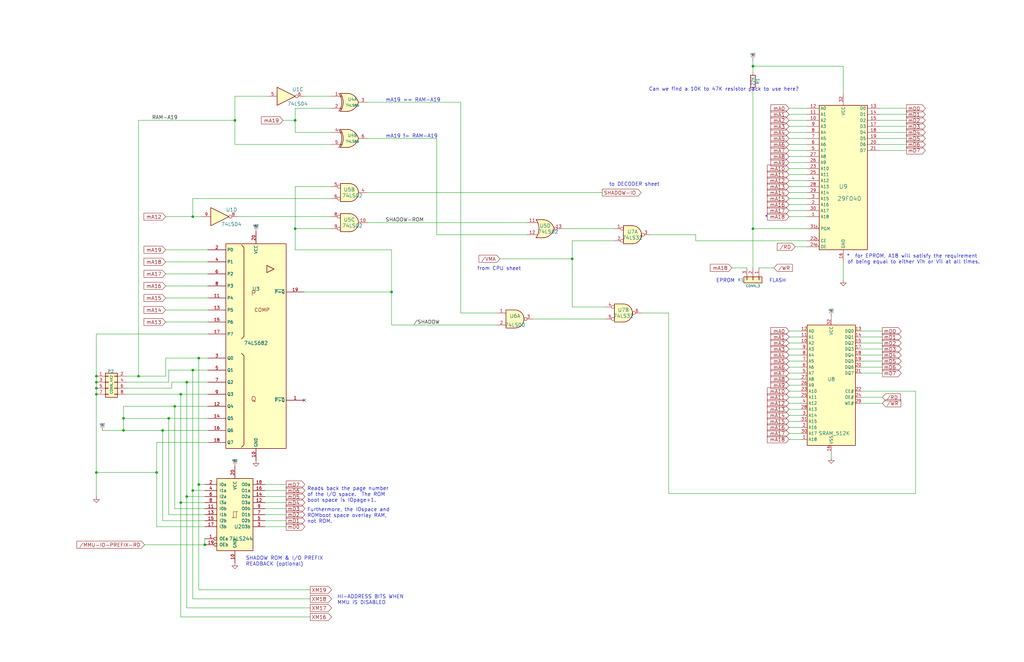
<source format=kicad_sch>
(kicad_sch (version 20231120) (generator "eeschema") (generator_version "8.0")
  (paper "B")
  (title_block (title "6809 and 6502 ATX and 6U") (date "19 feb 2014") (rev "012") (company "N8VEM Users Group") (comment 1 "Licensed for hobbyist use only.  All other rights reserved.") (comment 2 "Copyright (c) 2013-2014  Andrew Lynch and John Coffman"))
  (lib_symbols
    (symbol "74xx:74LS00" (pin_names (offset 1.016))
      (property "Reference" "U" (at 0 1.27 0))
      (property "Value" "74LS00" (at 0 -1.27 0))
      (symbol "74LS00_1_1"
        (pin input line (at -7.62 2.54 0) (length 3.81) (name "~") (number "1"))
        (pin input line (at -7.62 -2.54 0) (length 3.81) (name "~") (number "2"))
        (pin output inverted (at 7.62 0 180) (length 3.81) (name "~") (number "3"))
      )
      (symbol "74LS00_1_2"
        (pin input inverted (at -7.62 2.54 0) (length 4.318) (name "~") (number "1"))
        (pin input inverted (at -7.62 -2.54 0) (length 4.318) (name "~") (number "2"))
        (pin output line (at 7.62 0 180) (length 3.81) (name "~") (number "3"))
      )
      (symbol "74LS00_2_1"
        (pin input line (at -7.62 2.54 0) (length 3.81) (name "~") (number "4"))
        (pin input line (at -7.62 -2.54 0) (length 3.81) (name "~") (number "5"))
        (pin output inverted (at 7.62 0 180) (length 3.81) (name "~") (number "6"))
      )
      (symbol "74LS00_2_2"
        (pin input inverted (at -7.62 2.54 0) (length 4.318) (name "~") (number "4"))
        (pin input inverted (at -7.62 -2.54 0) (length 4.318) (name "~") (number "5"))
        (pin output line (at 7.62 0 180) (length 3.81) (name "~") (number "6"))
      )
      (symbol "74LS00_3_1"
        (pin input line (at -7.62 -2.54 0) (length 3.81) (name "~") (number "10"))
        (pin output inverted (at 7.62 0 180) (length 3.81) (name "~") (number "8"))
        (pin input line (at -7.62 2.54 0) (length 3.81) (name "~") (number "9"))
      )
      (symbol "74LS00_3_2"
        (pin input inverted (at -7.62 -2.54 0) (length 4.318) (name "~") (number "10"))
        (pin output line (at 7.62 0 180) (length 3.81) (name "~") (number "8"))
        (pin input inverted (at -7.62 2.54 0) (length 4.318) (name "~") (number "9"))
      )
      (symbol "74LS00_4_1"
        (pin output inverted (at 7.62 0 180) (length 3.81) (name "~") (number "11"))
        (pin input line (at -7.62 2.54 0) (length 3.81) (name "~") (number "12"))
        (pin input line (at -7.62 -2.54 0) (length 3.81) (name "~") (number "13"))
      )
      (symbol "74LS00_4_2"
        (pin output line (at 7.62 0 180) (length 3.81) (name "~") (number "11"))
        (pin input inverted (at -7.62 2.54 0) (length 4.318) (name "~") (number "12"))
        (pin input inverted (at -7.62 -2.54 0) (length 4.318) (name "~") (number "13"))
      )
      (symbol "74LS00_5_0"
        (pin power_in line (at 0 12.7 270) (length 5.08) (name "VCC") (number "14"))
        (pin power_in line (at 0 -12.7 90) (length 5.08) (name "GND") (number "7"))
      )
    )
    (symbol "74xx:74LS02" (pin_names (offset 1.016))
      (property "Reference" "U" (at 0 1.27 0))
      (property "Value" "74LS02" (at 0 -1.27 0))
      (symbol "74LS02_1_1"
        (pin output inverted (at 7.62 0 180) (length 3.81) (name "~") (number "1"))
        (pin input line (at -7.62 2.54 0) (length 4.318) (name "~") (number "2"))
        (pin input line (at -7.62 -2.54 0) (length 4.318) (name "~") (number "3"))
      )
      (symbol "74LS02_1_2"
        (pin output line (at 7.62 0 180) (length 3.81) (name "~") (number "1"))
        (pin input inverted (at -7.62 2.54 0) (length 3.81) (name "~") (number "2"))
        (pin input inverted (at -7.62 -2.54 0) (length 3.81) (name "~") (number "3"))
      )
      (symbol "74LS02_2_1"
        (pin output inverted (at 7.62 0 180) (length 3.81) (name "~") (number "4"))
        (pin input line (at -7.62 2.54 0) (length 4.318) (name "~") (number "5"))
        (pin input line (at -7.62 -2.54 0) (length 4.318) (name "~") (number "6"))
      )
      (symbol "74LS02_2_2"
        (pin output line (at 7.62 0 180) (length 3.81) (name "~") (number "4"))
        (pin input inverted (at -7.62 2.54 0) (length 3.81) (name "~") (number "5"))
        (pin input inverted (at -7.62 -2.54 0) (length 3.81) (name "~") (number "6"))
      )
      (symbol "74LS02_3_1"
        (pin output inverted (at 7.62 0 180) (length 3.81) (name "~") (number "10"))
        (pin input line (at -7.62 2.54 0) (length 4.318) (name "~") (number "8"))
        (pin input line (at -7.62 -2.54 0) (length 4.318) (name "~") (number "9"))
      )
      (symbol "74LS02_3_2"
        (pin output line (at 7.62 0 180) (length 3.81) (name "~") (number "10"))
        (pin input inverted (at -7.62 2.54 0) (length 3.81) (name "~") (number "8"))
        (pin input inverted (at -7.62 -2.54 0) (length 3.81) (name "~") (number "9"))
      )
      (symbol "74LS02_4_1"
        (pin input line (at -7.62 2.54 0) (length 4.318) (name "~") (number "11"))
        (pin input line (at -7.62 -2.54 0) (length 4.318) (name "~") (number "12"))
        (pin output inverted (at 7.62 0 180) (length 3.81) (name "~") (number "13"))
      )
      (symbol "74LS02_4_2"
        (pin input inverted (at -7.62 2.54 0) (length 3.81) (name "~") (number "11"))
        (pin input inverted (at -7.62 -2.54 0) (length 3.81) (name "~") (number "12"))
        (pin output line (at 7.62 0 180) (length 3.81) (name "~") (number "13"))
      )
      (symbol "74LS02_5_0"
        (pin power_in line (at 0 12.7 270) (length 5.08) (name "VCC") (number "14"))
        (pin power_in line (at 0 -12.7 90) (length 5.08) (name "GND") (number "7"))
      )
    )
    (symbol "74xx:74LS04"
      (property "Reference" "U" (at 0 1.27 0))
      (property "Value" "74LS04" (at 0 -1.27 0))
      (symbol "74LS04_1_0"
        (pin input line (at -7.62 0 0) (length 3.81) (name "~") (number "1"))
        (pin output inverted (at 7.62 0 180) (length 3.81) (name "~") (number "2"))
      )
      (symbol "74LS04_2_0"
        (pin input line (at -7.62 0 0) (length 3.81) (name "~") (number "3"))
        (pin output inverted (at 7.62 0 180) (length 3.81) (name "~") (number "4"))
      )
      (symbol "74LS04_3_0"
        (pin input line (at -7.62 0 0) (length 3.81) (name "~") (number "5"))
        (pin output inverted (at 7.62 0 180) (length 3.81) (name "~") (number "6"))
      )
      (symbol "74LS04_4_0"
        (pin output inverted (at 7.62 0 180) (length 3.81) (name "~") (number "8"))
        (pin input line (at -7.62 0 0) (length 3.81) (name "~") (number "9"))
      )
      (symbol "74LS04_5_0"
        (pin output inverted (at 7.62 0 180) (length 3.81) (name "~") (number "10"))
        (pin input line (at -7.62 0 0) (length 3.81) (name "~") (number "11"))
      )
      (symbol "74LS04_6_0"
        (pin output inverted (at 7.62 0 180) (length 3.81) (name "~") (number "12"))
        (pin input line (at -7.62 0 0) (length 3.81) (name "~") (number "13"))
      )
      (symbol "74LS04_7_0"
        (pin power_in line (at 0 12.7 270) (length 5.08) (name "VCC") (number "14"))
        (pin power_in line (at 0 -12.7 90) (length 5.08) (name "GND") (number "7"))
      )
    )
    (symbol "74xx:74LS244" (pin_names (offset 1.016))
      (property "Reference" "U" (at -7.62 16.51 0))
      (property "Value" "74LS244" (at -7.62 -16.51 0))
      (symbol "74LS244_1_0"
        (pin input inverted (at -12.7 -10.16 0) (length 5.08) (name "OEa") (number "1"))
        (pin power_in line (at 0 -20.32 90) (length 5.08) (name "GND") (number "10"))
        (pin input line (at -12.7 2.54 0) (length 5.08) (name "I0b") (number "11"))
        (pin tri_state line (at 12.7 5.08 180) (length 5.08) (name "O3a") (number "12"))
        (pin input line (at -12.7 0 0) (length 5.08) (name "I1b") (number "13"))
        (pin tri_state line (at 12.7 7.62 180) (length 5.08) (name "O2a") (number "14"))
        (pin input line (at -12.7 -2.54 0) (length 5.08) (name "I2b") (number "15"))
        (pin tri_state line (at 12.7 10.16 180) (length 5.08) (name "O1a") (number "16"))
        (pin input line (at -12.7 -5.08 0) (length 5.08) (name "I3b") (number "17"))
        (pin tri_state line (at 12.7 12.7 180) (length 5.08) (name "O0a") (number "18"))
        (pin input inverted (at -12.7 -12.7 0) (length 5.08) (name "OEb") (number "19"))
        (pin input line (at -12.7 12.7 0) (length 5.08) (name "I0a") (number "2"))
        (pin power_in line (at 0 20.32 270) (length 5.08) (name "VCC") (number "20"))
        (pin tri_state line (at 12.7 -5.08 180) (length 5.08) (name "O3b") (number "3"))
        (pin input line (at -12.7 10.16 0) (length 5.08) (name "I1a") (number "4"))
        (pin tri_state line (at 12.7 -2.54 180) (length 5.08) (name "O2b") (number "5"))
        (pin input line (at -12.7 7.62 0) (length 5.08) (name "I2a") (number "6"))
        (pin tri_state line (at 12.7 0 180) (length 5.08) (name "O1b") (number "7"))
        (pin input line (at -12.7 5.08 0) (length 5.08) (name "I3a") (number "8"))
        (pin tri_state line (at 12.7 2.54 180) (length 5.08) (name "O0b") (number "9"))
      )
    )
    (symbol "74xx:74LS32" (pin_names (offset 1.016))
      (property "Reference" "U" (at 0 1.27 0))
      (property "Value" "74LS32" (at 0 -1.27 0))
      (symbol "74LS32_1_1"
        (pin input line (at -7.62 2.54 0) (length 4.318) (name "~") (number "1"))
        (pin input line (at -7.62 -2.54 0) (length 4.318) (name "~") (number "2"))
        (pin output line (at 7.62 0 180) (length 3.81) (name "~") (number "3"))
      )
      (symbol "74LS32_1_2"
        (pin input inverted (at -7.62 2.54 0) (length 3.81) (name "~") (number "1"))
        (pin input inverted (at -7.62 -2.54 0) (length 3.81) (name "~") (number "2"))
        (pin output inverted (at 7.62 0 180) (length 3.81) (name "~") (number "3"))
      )
      (symbol "74LS32_2_1"
        (pin input line (at -7.62 2.54 0) (length 4.318) (name "~") (number "4"))
        (pin input line (at -7.62 -2.54 0) (length 4.318) (name "~") (number "5"))
        (pin output line (at 7.62 0 180) (length 3.81) (name "~") (number "6"))
      )
      (symbol "74LS32_2_2"
        (pin input inverted (at -7.62 2.54 0) (length 3.81) (name "~") (number "4"))
        (pin input inverted (at -7.62 -2.54 0) (length 3.81) (name "~") (number "5"))
        (pin output inverted (at 7.62 0 180) (length 3.81) (name "~") (number "6"))
      )
      (symbol "74LS32_3_1"
        (pin input line (at -7.62 -2.54 0) (length 4.318) (name "~") (number "10"))
        (pin output line (at 7.62 0 180) (length 3.81) (name "~") (number "8"))
        (pin input line (at -7.62 2.54 0) (length 4.318) (name "~") (number "9"))
      )
      (symbol "74LS32_3_2"
        (pin input inverted (at -7.62 -2.54 0) (length 3.81) (name "~") (number "10"))
        (pin output inverted (at 7.62 0 180) (length 3.81) (name "~") (number "8"))
        (pin input inverted (at -7.62 2.54 0) (length 3.81) (name "~") (number "9"))
      )
      (symbol "74LS32_4_1"
        (pin output line (at 7.62 0 180) (length 3.81) (name "~") (number "11"))
        (pin input line (at -7.62 2.54 0) (length 4.318) (name "~") (number "12"))
        (pin input line (at -7.62 -2.54 0) (length 4.318) (name "~") (number "13"))
      )
      (symbol "74LS32_4_2"
        (pin output inverted (at 7.62 0 180) (length 3.81) (name "~") (number "11"))
        (pin input inverted (at -7.62 2.54 0) (length 3.81) (name "~") (number "12"))
        (pin input inverted (at -7.62 -2.54 0) (length 3.81) (name "~") (number "13"))
      )
      (symbol "74LS32_5_0"
        (pin power_in line (at 0 12.7 270) (length 5.08) (name "VCC") (number "14"))
        (pin power_in line (at 0 -12.7 90) (length 5.08) (name "GND") (number "7"))
      )
    )
    (symbol "74xx:74LS86" (pin_names (offset 1.016))
      (property "Reference" "U" (at 0 1.27 0))
      (property "Value" "74LS86" (at 0 -1.27 0))
      (symbol "74LS86_1_0"
        (pin input line (at -7.62 2.54 0) (length 4.445) (name "~") (number "1"))
        (pin input line (at -7.62 -2.54 0) (length 4.445) (name "~") (number "2"))
        (pin output line (at 7.62 0 180) (length 3.81) (name "~") (number "3"))
      )
      (symbol "74LS86_2_0"
        (pin input line (at -7.62 2.54 0) (length 4.445) (name "~") (number "4"))
        (pin input line (at -7.62 -2.54 0) (length 4.445) (name "~") (number "5"))
        (pin output line (at 7.62 0 180) (length 3.81) (name "~") (number "6"))
      )
      (symbol "74LS86_3_0"
        (pin input line (at -7.62 -2.54 0) (length 4.445) (name "~") (number "10"))
        (pin output line (at 7.62 0 180) (length 3.81) (name "~") (number "8"))
        (pin input line (at -7.62 2.54 0) (length 4.445) (name "~") (number "9"))
      )
      (symbol "74LS86_4_0"
        (pin output line (at 7.62 0 180) (length 3.81) (name "~") (number "11"))
        (pin input line (at -7.62 2.54 0) (length 4.445) (name "~") (number "12"))
        (pin input line (at -7.62 -2.54 0) (length 4.445) (name "~") (number "13"))
      )
      (symbol "74LS86_5_0"
        (pin power_in line (at 0 12.7 270) (length 5.08) (name "VCC") (number "14"))
        (pin power_in line (at 0 -12.7 90) (length 5.08) (name "GND") (number "7"))
      )
    )
    (symbol "74xx_IEEE:74LS682"
      (property "Reference" "U" (at 15.24 45.72 0))
      (property "Value" "74LS682" (at 20.32 -45.72 0))
      (symbol "74LS682_0_0"
        (text "COMP" (at 2.54 15.24 0) (effects (font (size 1.524 1.524))))
        (text "P" (at -1.016 22.352 0) (effects (font (size 2.032 2.032))))
        (text "Q" (at -1.016 -22.352 0) (effects (font (size 2.032 2.032))))
      )
      (symbol "74LS682_0_1"
        (pin power_in line (at 0 -48.26 90) (length 5.08) (name "GND") (number "10"))
      )
      (symbol "74LS682_1_1"
        (pin output line (at 20.32 -22.86 180) (length 7.62) (name "~{P>Q}") (number "1"))
        (pin input line (at -20.32 20.32 0) (length 7.62) (name "P4") (number "11"))
        (pin input line (at -20.32 -25.4 0) (length 7.62) (name "Q4") (number "12"))
        (pin input line (at -20.32 15.24 0) (length 7.62) (name "P5") (number "13"))
        (pin input line (at -20.32 -30.48 0) (length 7.62) (name "Q5") (number "14"))
        (pin input line (at -20.32 10.16 0) (length 7.62) (name "P6") (number "15"))
        (pin input line (at -20.32 -35.56 0) (length 7.62) (name "Q6") (number "16"))
        (pin input line (at -20.32 5.08 0) (length 7.62) (name "P7") (number "17"))
        (pin input line (at -20.32 -40.64 0) (length 7.62) (name "Q7") (number "18"))
        (pin output line (at 20.32 22.86 180) (length 7.62) (name "~{P=Q}") (number "19"))
        (pin input line (at -20.32 40.64 0) (length 7.62) (name "P0") (number "2"))
        (pin power_in line (at 0 48.26 270) (length 5.08) (name "VCC") (number "20"))
        (pin input line (at -20.32 -5.08 0) (length 7.62) (name "Q0") (number "3"))
        (pin input line (at -20.32 35.56 0) (length 7.62) (name "P1") (number "4"))
        (pin input line (at -20.32 -10.16 0) (length 7.62) (name "Q1") (number "5"))
        (pin input line (at -20.32 30.48 0) (length 7.62) (name "P2") (number "6"))
        (pin input line (at -20.32 -15.24 0) (length 7.62) (name "Q2") (number "7"))
        (pin input line (at -20.32 25.4 0) (length 7.62) (name "P3") (number "8"))
        (pin input line (at -20.32 -20.32 0) (length 7.62) (name "Q3") (number "9"))
      )
    )
    (symbol "Connector_Generic:Conn_01x03" (pin_names (offset 1.016) hide)
      (property "Reference" "J" (at 0 5.08 0))
      (property "Value" "Conn_01x03" (at 0 -5.08 0))
      (symbol "Conn_01x03_1_1"
        (pin passive line (at -5.08 2.54 0) (length 3.81) (name "Pin_1") (number "1"))
        (pin passive line (at -5.08 0 0) (length 3.81) (name "Pin_2") (number "2"))
        (pin passive line (at -5.08 -2.54 0) (length 3.81) (name "Pin_3") (number "3"))
      )
    )
    (symbol "Connector_Generic:Conn_02x04_Odd_Even" (pin_names (offset 1.016) hide)
      (property "Reference" "J" (at 1.27 5.08 0))
      (property "Value" "Conn_02x04_Odd_Even" (at 1.27 -7.62 0))
      (symbol "Conn_02x04_Odd_Even_1_1"
        (pin passive line (at -5.08 2.54 0) (length 3.81) (name "Pin_1") (number "1"))
        (pin passive line (at 7.62 2.54 180) (length 3.81) (name "Pin_2") (number "2"))
        (pin passive line (at -5.08 0 0) (length 3.81) (name "Pin_3") (number "3"))
        (pin passive line (at 7.62 0 180) (length 3.81) (name "Pin_4") (number "4"))
        (pin passive line (at -5.08 -2.54 0) (length 3.81) (name "Pin_5") (number "5"))
        (pin passive line (at 7.62 -2.54 180) (length 3.81) (name "Pin_6") (number "6"))
        (pin passive line (at -5.08 -5.08 0) (length 3.81) (name "Pin_7") (number "7"))
        (pin passive line (at 7.62 -5.08 180) (length 3.81) (name "Pin_8") (number "8"))
      )
    )
    (symbol "Device:R" (pin_numbers hide) (pin_names (offset 0))
      (property "Reference" "R" (at 2.032 0 90))
      (property "Value" "R" (at 0 0 90))
      (symbol "R_1_1"
        (pin passive line (at 0 3.81 270) (length 1.27) (name "~") (number "1"))
        (pin passive line (at 0 -3.81 90) (length 1.27) (name "~") (number "2"))
      )
    )
    (symbol "Memory_Flash:SST39SF040"
      (property "Reference" "U" (at 2.54 33.02 0))
      (property "Value" "SST39SF040" (at 0 -30.48 0))
      (symbol "SST39SF040_0_0"
        (pin power_in line (at 0 -34.29 90) (length 5.08) (name "GND") (number "16"))
        (pin power_in line (at 0 36.83 270) (length 5.08) (name "VCC") (number "32"))
      )
      (symbol "SST39SF040_1_1"
        (pin input line (at -15.24 -15.24 0) (length 5.08) (name "A18") (number "1"))
        (pin input line (at -15.24 25.4 0) (length 5.08) (name "A2") (number "10"))
        (pin input line (at -15.24 27.94 0) (length 5.08) (name "A1") (number "11"))
        (pin input line (at -15.24 30.48 0) (length 5.08) (name "A0") (number "12"))
        (pin tri_state line (at 15.24 30.48 180) (length 5.08) (name "D0") (number "13"))
        (pin tri_state line (at 15.24 27.94 180) (length 5.08) (name "D1") (number "14"))
        (pin tri_state line (at 15.24 25.4 180) (length 5.08) (name "D2") (number "15"))
        (pin tri_state line (at 15.24 22.86 180) (length 5.08) (name "D3") (number "17"))
        (pin tri_state line (at 15.24 20.32 180) (length 5.08) (name "D4") (number "18"))
        (pin tri_state line (at 15.24 17.78 180) (length 5.08) (name "D5") (number "19"))
        (pin input line (at -15.24 -10.16 0) (length 5.08) (name "A16") (number "2"))
        (pin tri_state line (at 15.24 15.24 180) (length 5.08) (name "D6") (number "20"))
        (pin tri_state line (at 15.24 12.7 180) (length 5.08) (name "D7") (number "21"))
        (pin input input_low (at -15.24 -25.4 0) (length 5.08) (name "CE") (number "22"))
        (pin input line (at -15.24 5.08 0) (length 5.08) (name "A10") (number "23"))
        (pin input input_low (at -15.24 -27.94 0) (length 5.08) (name "OE") (number "24"))
        (pin input line (at -15.24 2.54 0) (length 5.08) (name "A11") (number "25"))
        (pin input line (at -15.24 7.62 0) (length 5.08) (name "A9") (number "26"))
        (pin input line (at -15.24 10.16 0) (length 5.08) (name "A8") (number "27"))
        (pin input line (at -15.24 -2.54 0) (length 5.08) (name "A13") (number "28"))
        (pin input line (at -15.24 -5.08 0) (length 5.08) (name "A14") (number "29"))
        (pin input line (at -15.24 -7.62 0) (length 5.08) (name "A15") (number "3"))
        (pin input line (at -15.24 -12.7 0) (length 5.08) (name "A17") (number "30"))
        (pin input input_low (at -15.24 -20.32 0) (length 5.08) (name "PGM") (number "31"))
        (pin input line (at -15.24 0 0) (length 5.08) (name "A12") (number "4"))
        (pin input line (at -15.24 12.7 0) (length 5.08) (name "A7") (number "5"))
        (pin input line (at -15.24 15.24 0) (length 5.08) (name "A6") (number "6"))
        (pin input line (at -15.24 17.78 0) (length 5.08) (name "A5") (number "7"))
        (pin input line (at -15.24 20.32 0) (length 5.08) (name "A4") (number "8"))
        (pin input line (at -15.24 22.86 0) (length 5.08) (name "A3") (number "9"))
      )
    )
    (symbol "Memory_RAM:AS6C4008-55PCN"
      (property "Reference" "U" (at -10.16 26.035 0))
      (property "Value" "AS6C4008-55PCN" (at 2.54 26.035 0))
      (symbol "AS6C4008-55PCN_0_0"
        (pin power_in line (at 0 -27.94 90) (length 2.54) (name "VSS") (number "16"))
        (pin power_in line (at 0 27.94 270) (length 2.54) (name "VCC") (number "32"))
      )
      (symbol "AS6C4008-55PCN_1_1"
        (pin input line (at -12.7 -22.86 0) (length 2.54) (name "A18") (number "1"))
        (pin input line (at -12.7 17.78 0) (length 2.54) (name "A2") (number "10"))
        (pin input line (at -12.7 20.32 0) (length 2.54) (name "A1") (number "11"))
        (pin input line (at -12.7 22.86 0) (length 2.54) (name "A0") (number "12"))
        (pin tri_state line (at 12.7 22.86 180) (length 2.54) (name "DQ0") (number "13"))
        (pin tri_state line (at 12.7 20.32 180) (length 2.54) (name "DQ1") (number "14"))
        (pin tri_state line (at 12.7 17.78 180) (length 2.54) (name "DQ2") (number "15"))
        (pin tri_state line (at 12.7 15.24 180) (length 2.54) (name "DQ3") (number "17"))
        (pin tri_state line (at 12.7 12.7 180) (length 2.54) (name "DQ4") (number "18"))
        (pin tri_state line (at 12.7 10.16 180) (length 2.54) (name "DQ5") (number "19"))
        (pin input line (at -12.7 -17.78 0) (length 2.54) (name "A16") (number "2"))
        (pin tri_state line (at 12.7 7.62 180) (length 2.54) (name "DQ6") (number "20"))
        (pin tri_state line (at 12.7 5.08 180) (length 2.54) (name "DQ7") (number "21"))
        (pin input line (at 12.7 -2.54 180) (length 2.54) (name "CE#") (number "22"))
        (pin input line (at -12.7 -2.54 0) (length 2.54) (name "A10") (number "23"))
        (pin input line (at 12.7 -5.08 180) (length 2.54) (name "OE#") (number "24"))
        (pin input line (at -12.7 -5.08 0) (length 2.54) (name "A11") (number "25"))
        (pin input line (at -12.7 0 0) (length 2.54) (name "A9") (number "26"))
        (pin input line (at -12.7 2.54 0) (length 2.54) (name "A8") (number "27"))
        (pin input line (at -12.7 -10.16 0) (length 2.54) (name "A13") (number "28"))
        (pin input line (at 12.7 -7.62 180) (length 2.54) (name "WE#") (number "29"))
        (pin input line (at -12.7 -12.7 0) (length 2.54) (name "A14") (number "3"))
        (pin input line (at -12.7 -20.32 0) (length 2.54) (name "A17") (number "30"))
        (pin input line (at -12.7 -15.24 0) (length 2.54) (name "A15") (number "31"))
        (pin input line (at -12.7 -7.62 0) (length 2.54) (name "A12") (number "4"))
        (pin input line (at -12.7 5.08 0) (length 2.54) (name "A7") (number "5"))
        (pin input line (at -12.7 7.62 0) (length 2.54) (name "A6") (number "6"))
        (pin input line (at -12.7 10.16 0) (length 2.54) (name "A5") (number "7"))
        (pin input line (at -12.7 12.7 0) (length 2.54) (name "A4") (number "8"))
        (pin input line (at -12.7 15.24 0) (length 2.54) (name "A3") (number "9"))
      )
    )
    (symbol "power:GND" (power) (pin_numbers hide) (pin_names (offset 0) hide)
      (property "Value" "GND" (at 0 -3.81 0))
      (symbol "GND_1_1"
        (pin power_in line (at 0 0 270) (length 0) (name "~") (number "1"))
      )
    )
    (symbol "power:VCC" (power) (pin_numbers hide) (pin_names (offset 0) hide)
      (property "Value" "VCC" (at 0 3.556 0))
      (symbol "VCC_1_1"
        (pin power_in line (at 0 0 90) (length 0) (name "~") (number "1"))
      )
    )
  )
  (junction (at 99.06 50.8))
  (junction (at 124.46 50.8))
  (junction (at 78.74 161.29))
  (junction (at 124.46 96.52))
  (junction (at 76.2 166.37))
  (junction (at 68.58 181.61))
  (junction (at 52.07 181.61))
  (junction (at 81.28 156.21))
  (junction (at 71.12 176.53))
  (junction (at 317.5 27.94))
  (junction (at 73.66 171.45))
  (junction (at 81.28 207.01))
  (junction (at 40.64 161.29))
  (junction (at 40.64 158.75))
  (junction (at 165.1 123.19))
  (junction (at 86.36 229.87))
  (junction (at 78.74 209.55))
  (junction (at 40.64 166.37))
  (junction (at 76.2 212.09))
  (junction (at 317.5 96.52))
  (junction (at 83.82 151.13))
  (junction (at 83.82 204.47))
  (junction (at 40.64 199.39))
  (junction (at 40.64 163.83))
  (junction (at 52.07 176.53))
  (junction (at 81.28 91.44))
  (junction (at 66.04 199.39))
  (junction (at 241.3 109.22))
  (junction (at 58.42 158.75))
  (no_connect (at 128.27 168.91))
  (wire (pts (xy 337.82 154.94) (xy 332.74 154.94)))
  (wire (pts (xy 337.82 139.7) (xy 332.74 139.7)))
  (wire (pts (xy 128.27 40.64) (xy 139.7 40.64)))
  (wire (pts (xy 337.82 170.18) (xy 332.74 170.18)))
  (wire (pts (xy 337.82 167.64) (xy 332.74 167.64)))
  (wire (pts (xy 111.76 207.01) (xy 120.65 207.01)))
  (wire (pts (xy 332.74 73.66) (xy 340.36 73.66)))
  (wire (pts (xy 81.28 83.82) (xy 139.7 83.82)))
  (wire (pts (xy 317.5 25.4) (xy 317.5 27.94)))
  (wire (pts (xy 83.82 151.13) (xy 83.82 204.47)))
  (wire (pts (xy 130.81 260.35) (xy 76.2 260.35)))
  (wire (pts (xy 111.76 217.17) (xy 120.65 217.17)))
  (wire (pts (xy 370.84 55.88) (xy 382.27 55.88)))
  (wire (pts (xy 337.82 160.02) (xy 332.74 160.02)))
  (wire (pts (xy 332.74 76.2) (xy 340.36 76.2)))
  (wire (pts (xy 124.46 105.41) (xy 165.1 105.41)))
  (wire (pts (xy 78.74 209.55) (xy 78.74 256.54)))
  (wire (pts (xy 124.46 55.88) (xy 139.7 55.88)))
  (wire (pts (xy 370.84 45.72) (xy 382.27 45.72)))
  (wire (pts (xy 332.74 60.96) (xy 340.36 60.96)))
  (wire (pts (xy 194.31 132.08) (xy 209.55 132.08)))
  (wire (pts (xy 99.06 60.96) (xy 99.06 50.8)))
  (wire (pts (xy 386.08 165.1) (xy 386.08 208.28)))
  (wire (pts (xy 66.04 199.39) (xy 66.04 222.25)))
  (wire (pts (xy 355.6 39.37) (xy 355.6 27.94)))
  (wire (pts (xy 58.42 50.8) (xy 58.42 158.75)))
  (wire (pts (xy 363.22 149.86) (xy 372.11 149.86)))
  (wire (pts (xy 111.76 219.71) (xy 120.65 219.71)))
  (wire (pts (xy 81.28 156.21) (xy 87.63 156.21)))
  (wire (pts (xy 130.81 252.73) (xy 81.28 252.73)))
  (wire (pts (xy 86.36 229.87) (xy 60.96 229.87)))
  (wire (pts (xy 332.74 48.26) (xy 340.36 48.26)))
  (wire (pts (xy 73.66 214.63) (xy 86.36 214.63)))
  (wire (pts (xy 332.74 71.12) (xy 340.36 71.12)))
  (wire (pts (xy 363.22 157.48) (xy 372.11 157.48)))
  (wire (pts (xy 154.94 93.98) (xy 222.25 93.98)))
  (wire (pts (xy 386.08 208.28) (xy 281.94 208.28)))
  (wire (pts (xy 124.46 96.52) (xy 139.7 96.52)))
  (wire (pts (xy 99.06 40.64) (xy 113.03 40.64)))
  (wire (pts (xy 370.84 63.5) (xy 382.27 63.5)))
  (wire (pts (xy 68.58 181.61) (xy 87.63 181.61)))
  (wire (pts (xy 224.79 134.62) (xy 255.27 134.62)))
  (wire (pts (xy 81.28 156.21) (xy 81.28 207.01)))
  (wire (pts (xy 154.94 81.28) (xy 254 81.28)))
  (wire (pts (xy 73.66 171.45) (xy 52.07 171.45)))
  (wire (pts (xy 363.22 152.4) (xy 372.11 152.4)))
  (wire (pts (xy 317.5 96.52) (xy 340.36 96.52)))
  (wire (pts (xy 363.22 167.64) (xy 372.11 167.64)))
  (wire (pts (xy 337.82 177.8) (xy 332.74 177.8)))
  (wire (pts (xy 332.74 66.04) (xy 340.36 66.04)))
  (wire (pts (xy 72.39 161.29) (xy 78.74 161.29)))
  (wire (pts (xy 332.74 83.82) (xy 340.36 83.82)))
  (wire (pts (xy 337.82 147.32) (xy 332.74 147.32)))
  (wire (pts (xy 194.31 43.18) (xy 194.31 132.08)))
  (wire (pts (xy 40.64 161.29) (xy 40.64 163.83)))
  (wire (pts (xy 81.28 207.01) (xy 86.36 207.01)))
  (wire (pts (xy 337.82 165.1) (xy 332.74 165.1)))
  (wire (pts (xy 124.46 78.74) (xy 139.7 78.74)))
  (wire (pts (xy 76.2 166.37) (xy 87.63 166.37)))
  (wire (pts (xy 69.85 130.81) (xy 87.63 130.81)))
  (wire (pts (xy 83.82 204.47) (xy 86.36 204.47)))
  (wire (pts (xy 370.84 50.8) (xy 382.27 50.8)))
  (wire (pts (xy 340.36 104.14) (xy 335.28 104.14)))
  (wire (pts (xy 355.6 110.49) (xy 355.6 118.11)))
  (wire (pts (xy 317.5 96.52) (xy 317.5 113.03)))
  (wire (pts (xy 165.1 137.16) (xy 209.55 137.16)))
  (wire (pts (xy 337.82 152.4) (xy 332.74 152.4)))
  (wire (pts (xy 281.94 132.08) (xy 281.94 208.28)))
  (wire (pts (xy 69.85 115.57) (xy 87.63 115.57)))
  (wire (pts (xy 83.82 204.47) (xy 83.82 248.92)))
  (wire (pts (xy 111.76 209.55) (xy 120.65 209.55)))
  (wire (pts (xy 363.22 144.78) (xy 372.11 144.78)))
  (wire (pts (xy 100.33 91.44) (xy 139.7 91.44)))
  (wire (pts (xy 337.82 149.86) (xy 332.74 149.86)))
  (wire (pts (xy 332.74 88.9) (xy 340.36 88.9)))
  (wire (pts (xy 370.84 53.34) (xy 382.27 53.34)))
  (wire (pts (xy 337.82 157.48) (xy 332.74 157.48)))
  (wire (pts (xy 69.85 105.41) (xy 87.63 105.41)))
  (wire (pts (xy 241.3 109.22) (xy 241.3 101.6)))
  (wire (pts (xy 69.85 125.73) (xy 87.63 125.73)))
  (wire (pts (xy 350.52 190.5) (xy 350.52 193.04)))
  (wire (pts (xy 40.64 140.97) (xy 87.63 140.97)))
  (wire (pts (xy 237.49 96.52) (xy 259.08 96.52)))
  (wire (pts (xy 241.3 129.54) (xy 241.3 109.22)))
  (wire (pts (xy 71.12 161.29) (xy 71.12 156.21)))
  (wire (pts (xy 363.22 139.7) (xy 372.11 139.7)))
  (wire (pts (xy 40.64 140.97) (xy 40.64 158.75)))
  (wire (pts (xy 128.27 123.19) (xy 165.1 123.19)))
  (wire (pts (xy 332.74 91.44) (xy 340.36 91.44)))
  (wire (pts (xy 69.85 158.75) (xy 69.85 151.13)))
  (wire (pts (xy 68.58 181.61) (xy 68.58 219.71)))
  (wire (pts (xy 337.82 162.56) (xy 332.74 162.56)))
  (wire (pts (xy 69.85 110.49) (xy 87.63 110.49)))
  (wire (pts (xy 317.5 27.94) (xy 317.5 30.48)))
  (wire (pts (xy 154.94 58.42) (xy 184.15 58.42)))
  (wire (pts (xy 332.74 55.88) (xy 340.36 55.88)))
  (wire (pts (xy 293.37 101.6) (xy 293.37 99.06)))
  (wire (pts (xy 241.3 129.54) (xy 255.27 129.54)))
  (wire (pts (xy 370.84 58.42) (xy 382.27 58.42)))
  (wire (pts (xy 124.46 45.72) (xy 124.46 50.8)))
  (wire (pts (xy 363.22 154.94) (xy 372.11 154.94)))
  (wire (pts (xy 355.6 27.94) (xy 317.5 27.94)))
  (wire (pts (xy 332.74 63.5) (xy 340.36 63.5)))
  (wire (pts (xy 53.34 158.75) (xy 58.42 158.75)))
  (wire (pts (xy 73.66 171.45) (xy 87.63 171.45)))
  (wire (pts (xy 81.28 207.01) (xy 81.28 252.73)))
  (wire (pts (xy 320.04 113.03) (xy 326.39 113.03)))
  (wire (pts (xy 69.85 151.13) (xy 83.82 151.13)))
  (wire (pts (xy 317.5 38.1) (xy 317.5 96.52)))
  (wire (pts (xy 363.22 147.32) (xy 372.11 147.32)))
  (wire (pts (xy 363.22 142.24) (xy 372.11 142.24)))
  (wire (pts (xy 337.82 180.34) (xy 332.74 180.34)))
  (wire (pts (xy 111.76 212.09) (xy 120.65 212.09)))
  (wire (pts (xy 370.84 60.96) (xy 382.27 60.96)))
  (wire (pts (xy 363.22 170.18) (xy 372.11 170.18)))
  (wire (pts (xy 154.94 43.18) (xy 194.31 43.18)))
  (wire (pts (xy 78.74 209.55) (xy 86.36 209.55)))
  (wire (pts (xy 52.07 176.53) (xy 52.07 181.61)))
  (wire (pts (xy 81.28 83.82) (xy 81.28 91.44)))
  (wire (pts (xy 52.07 181.61) (xy 68.58 181.61)))
  (wire (pts (xy 40.64 199.39) (xy 40.64 209.55)))
  (wire (pts (xy 124.46 96.52) (xy 124.46 78.74)))
  (wire (pts (xy 111.76 222.25) (xy 120.65 222.25)))
  (wire (pts (xy 66.04 186.69) (xy 87.63 186.69)))
  (wire (pts (xy 332.74 81.28) (xy 340.36 81.28)))
  (wire (pts (xy 332.74 53.34) (xy 340.36 53.34)))
  (wire (pts (xy 40.64 166.37) (xy 40.64 199.39)))
  (wire (pts (xy 76.2 212.09) (xy 86.36 212.09)))
  (wire (pts (xy 71.12 176.53) (xy 52.07 176.53)))
  (wire (pts (xy 76.2 166.37) (xy 76.2 212.09)))
  (wire (pts (xy 337.82 175.26) (xy 332.74 175.26)))
  (wire (pts (xy 69.85 120.65) (xy 87.63 120.65)))
  (wire (pts (xy 337.82 182.88) (xy 332.74 182.88)))
  (wire (pts (xy 71.12 217.17) (xy 86.36 217.17)))
  (wire (pts (xy 165.1 123.19) (xy 165.1 137.16)))
  (wire (pts (xy 78.74 161.29) (xy 78.74 209.55)))
  (wire (pts (xy 73.66 171.45) (xy 73.66 214.63)))
  (wire (pts (xy 340.36 101.6) (xy 293.37 101.6)))
  (wire (pts (xy 43.18 181.61) (xy 52.07 181.61)))
  (wire (pts (xy 124.46 105.41) (xy 124.46 96.52)))
  (wire (pts (xy 83.82 248.92) (xy 130.81 248.92)))
  (wire (pts (xy 363.22 165.1) (xy 386.08 165.1)))
  (wire (pts (xy 337.82 185.42) (xy 332.74 185.42)))
  (wire (pts (xy 332.74 68.58) (xy 340.36 68.58)))
  (wire (pts (xy 69.85 91.44) (xy 81.28 91.44)))
  (wire (pts (xy 111.76 214.63) (xy 120.65 214.63)))
  (wire (pts (xy 71.12 176.53) (xy 87.63 176.53)))
  (wire (pts (xy 99.06 60.96) (xy 139.7 60.96)))
  (wire (pts (xy 71.12 176.53) (xy 71.12 217.17)))
  (wire (pts (xy 370.84 48.26) (xy 382.27 48.26)))
  (wire (pts (xy 83.82 151.13) (xy 87.63 151.13)))
  (wire (pts (xy 337.82 144.78) (xy 332.74 144.78)))
  (wire (pts (xy 165.1 105.41) (xy 165.1 123.19)))
  (wire (pts (xy 184.15 58.42) (xy 184.15 99.06)))
  (wire (pts (xy 40.64 163.83) (xy 40.64 166.37)))
  (wire (pts (xy 184.15 99.06) (xy 222.25 99.06)))
  (wire (pts (xy 53.34 163.83) (xy 72.39 163.83)))
  (wire (pts (xy 332.74 58.42) (xy 340.36 58.42)))
  (wire (pts (xy 332.74 78.74) (xy 340.36 78.74)))
  (wire (pts (xy 119.38 50.8) (xy 124.46 50.8)))
  (wire (pts (xy 274.32 99.06) (xy 293.37 99.06)))
  (wire (pts (xy 337.82 142.24) (xy 332.74 142.24)))
  (wire (pts (xy 332.74 86.36) (xy 340.36 86.36)))
  (wire (pts (xy 332.74 45.72) (xy 340.36 45.72)))
  (wire (pts (xy 69.85 135.89) (xy 87.63 135.89)))
  (wire (pts (xy 66.04 222.25) (xy 86.36 222.25)))
  (wire (pts (xy 66.04 199.39) (xy 40.64 199.39)))
  (wire (pts (xy 332.74 50.8) (xy 340.36 50.8)))
  (wire (pts (xy 124.46 50.8) (xy 124.46 55.88)))
  (wire (pts (xy 71.12 156.21) (xy 81.28 156.21)))
  (wire (pts (xy 66.04 186.69) (xy 66.04 199.39)))
  (wire (pts (xy 270.51 132.08) (xy 281.94 132.08)))
  (wire (pts (xy 241.3 101.6) (xy 259.08 101.6)))
  (wire (pts (xy 337.82 172.72) (xy 332.74 172.72)))
  (wire (pts (xy 76.2 212.09) (xy 76.2 260.35)))
  (wire (pts (xy 53.34 166.37) (xy 76.2 166.37)))
  (wire (pts (xy 111.76 204.47) (xy 120.65 204.47)))
  (wire (pts (xy 350.52 133.35) (xy 350.52 134.62)))
  (wire (pts (xy 52.07 171.45) (xy 52.07 176.53)))
  (wire (pts (xy 124.46 45.72) (xy 139.7 45.72)))
  (wire (pts (xy 314.96 113.03) (xy 308.61 113.03)))
  (wire (pts (xy 68.58 219.71) (xy 86.36 219.71)))
  (wire (pts (xy 210.82 109.22) (xy 241.3 109.22)))
  (wire (pts (xy 53.34 161.29) (xy 71.12 161.29)))
  (wire (pts (xy 58.42 158.75) (xy 69.85 158.75)))
  (wire (pts (xy 40.64 158.75) (xy 40.64 161.29)))
  (wire (pts (xy 58.42 50.8) (xy 99.06 50.8)))
  (wire (pts (xy 99.06 50.8) (xy 99.06 40.64)))
  (wire (pts (xy 72.39 163.83) (xy 72.39 161.29)))
  (wire (pts (xy 78.74 256.54) (xy 130.81 256.54)))
  (wire (pts (xy 86.36 227.33) (xy 86.36 229.87)))
  (wire (pts (xy 78.74 161.29) (xy 87.63 161.29)))
  (wire (pts (xy 81.28 91.44) (xy 85.09 91.44)))
  (text "*  for EPROM, A18 will satisfy the requirement \nof being equal to either Vih or Vil at all times." (at 413.258 111.506 0) (effects (font (size 1.524 1.524)) (justify right bottom)))
  (text "mA19 == RAM-A19" (at 162.56 43.18 0) (effects (font (size 1.524 1.524)) (justify left bottom)))
  (text "Can we find a 10K to 47K resistor pack to use here?" (at 273.558 38.608 0) (effects (font (size 1.524 1.524)) (justify left bottom)))
  (text "SHADOW ROM & I/O PREFIX\nREADBACK (optional)" (at 103.632 239.014 0) (effects (font (size 1.524 1.524)) (justify left bottom)))
  (text "Reads back the page number\nof the I/O space.  The ROM\nboot space is IOpage+1." (at 129.54 212.09 0) (effects (font (size 1.524 1.524)) (justify left bottom)))
  (text "EPROM" (at 309.88 119.38 0) (effects (font (size 1.524 1.524)) (justify right bottom)))
  (text "Furthermore, the IOspace and \nROMboot space overlay RAM,\nnot ROM." (at 129.54 220.98 0) (effects (font (size 1.524 1.524)) (justify left bottom)))
  (text "*" (at 323.85 92.71 0) (effects (font (size 1.524 1.524)) (justify right bottom)))
  (text "from CPU sheet" (at 219.71 114.3 0) (effects (font (size 1.524 1.524)) (justify right bottom)))
  (text "HI-ADDRESS BITS WHEN\nMMU IS DISABLED" (at 142.24 255.27 0) (effects (font (size 1.524 1.524)) (justify left bottom)))
  (text "FLASH" (at 331.47 119.38 0) (effects (font (size 1.524 1.524)) (justify right bottom)))
  (text "to DECODER sheet" (at 278.13 78.74 0) (effects (font (size 1.524 1.524)) (justify right bottom)))
  (text "mA19 != RAM-A19" (at 162.56 58.42 0) (effects (font (size 1.524 1.524)) (justify left bottom)))
  (label "RAM-A19" (at 74.93 50.8 180) (effects (font (size 1.524 1.524))))
  (label "SHADOW-ROM" (at 162.56 93.98 0) (effects (font (size 1.524 1.524))))
  (label "/SHADOW" (at 185.42 137.16 180) (effects (font (size 1.524 1.524))))
  (global_label "mD2" (shape output) (at 382.27 50.8 0) (effects (font (size 1.524 1.524))) (property "Intersheetrefs" "${INTERSHEET_REFS}" (effects (hide yes))))
  (global_label "mD2" (shape output) (at 120.65 217.17 0) (effects (font (size 1.524 1.524))) (property "Intersheetrefs" "${INTERSHEET_REFS}" (effects (hide yes))))
  (global_label "mA5" (shape input) (at 332.74 152.4 180) (effects (font (size 1.524 1.524))) (property "Intersheetrefs" "${INTERSHEET_REFS}" (effects (hide yes))))
  (global_label "mD4" (shape output) (at 382.27 55.88 0) (effects (font (size 1.524 1.524))) (property "Intersheetrefs" "${INTERSHEET_REFS}" (effects (hide yes))))
  (global_label "mA18" (shape input) (at 69.85 110.49 180) (effects (font (size 1.524 1.524))) (property "Intersheetrefs" "${INTERSHEET_REFS}" (effects (hide yes))))
  (global_label "mD0" (shape output) (at 382.27 45.72 0) (effects (font (size 1.524 1.524))) (property "Intersheetrefs" "${INTERSHEET_REFS}" (effects (hide yes))))
  (global_label "mA19" (shape input) (at 119.38 50.8 180) (effects (font (size 1.524 1.524))) (property "Intersheetrefs" "${INTERSHEET_REFS}" (effects (hide yes))))
  (global_label "SHADOW-IO" (shape output) (at 254 81.28 0) (effects (font (size 1.524 1.524))) (property "Intersheetrefs" "${INTERSHEET_REFS}" (effects (hide yes))))
  (global_label "mD5" (shape output) (at 120.65 209.55 0) (effects (font (size 1.524 1.524))) (property "Intersheetrefs" "${INTERSHEET_REFS}" (effects (hide yes))))
  (global_label "mA6" (shape input) (at 332.74 60.96 180) (effects (font (size 1.524 1.524))) (property "Intersheetrefs" "${INTERSHEET_REFS}" (effects (hide yes))))
  (global_label "mA16" (shape input) (at 69.85 120.65 180) (effects (font (size 1.524 1.524))) (property "Intersheetrefs" "${INTERSHEET_REFS}" (effects (hide yes))))
  (global_label "mA8" (shape input) (at 332.74 66.04 180) (effects (font (size 1.524 1.524))) (property "Intersheetrefs" "${INTERSHEET_REFS}" (effects (hide yes))))
  (global_label "mA16" (shape input) (at 332.74 86.36 180) (effects (font (size 1.524 1.524))) (property "Intersheetrefs" "${INTERSHEET_REFS}" (effects (hide yes))))
  (global_label "mA17" (shape input) (at 332.74 182.88 180) (effects (font (size 1.524 1.524))) (property "Intersheetrefs" "${INTERSHEET_REFS}" (effects (hide yes))))
  (global_label "mD0" (shape output) (at 120.65 222.25 0) (effects (font (size 1.524 1.524))) (property "Intersheetrefs" "${INTERSHEET_REFS}" (effects (hide yes))))
  (global_label "mA14" (shape input) (at 332.74 81.28 180) (effects (font (size 1.524 1.524))) (property "Intersheetrefs" "${INTERSHEET_REFS}" (effects (hide yes))))
  (global_label "mA4" (shape input) (at 332.74 55.88 180) (effects (font (size 1.524 1.524))) (property "Intersheetrefs" "${INTERSHEET_REFS}" (effects (hide yes))))
  (global_label "mA17" (shape input) (at 69.85 115.57 180) (effects (font (size 1.524 1.524))) (property "Intersheetrefs" "${INTERSHEET_REFS}" (effects (hide yes))))
  (global_label "mA13" (shape input) (at 69.85 135.89 180) (effects (font (size 1.524 1.524))) (property "Intersheetrefs" "${INTERSHEET_REFS}" (effects (hide yes))))
  (global_label "XM18" (shape output) (at 130.81 252.73 0) (effects (font (size 1.524 1.524))) (property "Intersheetrefs" "${INTERSHEET_REFS}" (effects (hide yes))))
  (global_label "mA11" (shape input) (at 332.74 73.66 180) (effects (font (size 1.524 1.524))) (property "Intersheetrefs" "${INTERSHEET_REFS}" (effects (hide yes))))
  (global_label "mD1" (shape output) (at 120.65 219.71 0) (effects (font (size 1.524 1.524))) (property "Intersheetrefs" "${INTERSHEET_REFS}" (effects (hide yes))))
  (global_label "/WR" (shape input) (at 372.11 170.18 0) (effects (font (size 1.524 1.524))) (property "Intersheetrefs" "${INTERSHEET_REFS}" (effects (hide yes))))
  (global_label "mA13" (shape input) (at 332.74 172.72 180) (effects (font (size 1.524 1.524))) (property "Intersheetrefs" "${INTERSHEET_REFS}" (effects (hide yes))))
  (global_label "mD1" (shape output) (at 382.27 48.26 0) (effects (font (size 1.524 1.524))) (property "Intersheetrefs" "${INTERSHEET_REFS}" (effects (hide yes))))
  (global_label "mA12" (shape input) (at 69.85 91.44 180) (effects (font (size 1.524 1.524))) (property "Intersheetrefs" "${INTERSHEET_REFS}" (effects (hide yes))))
  (global_label "mD5" (shape output) (at 382.27 58.42 0) (effects (font (size 1.524 1.524))) (property "Intersheetrefs" "${INTERSHEET_REFS}" (effects (hide yes))))
  (global_label "mA2" (shape input) (at 332.74 144.78 180) (effects (font (size 1.524 1.524))) (property "Intersheetrefs" "${INTERSHEET_REFS}" (effects (hide yes))))
  (global_label "mA0" (shape input) (at 332.74 45.72 180) (effects (font (size 1.524 1.524))) (property "Intersheetrefs" "${INTERSHEET_REFS}" (effects (hide yes))))
  (global_label "mA15" (shape input) (at 332.74 177.8 180) (effects (font (size 1.524 1.524))) (property "Intersheetrefs" "${INTERSHEET_REFS}" (effects (hide yes))))
  (global_label "mA16" (shape input) (at 332.74 180.34 180) (effects (font (size 1.524 1.524))) (property "Intersheetrefs" "${INTERSHEET_REFS}" (effects (hide yes))))
  (global_label "mD0" (shape output) (at 372.11 139.7 0) (effects (font (size 1.524 1.524))) (property "Intersheetrefs" "${INTERSHEET_REFS}" (effects (hide yes))))
  (global_label "mA4" (shape input) (at 332.74 149.86 180) (effects (font (size 1.524 1.524))) (property "Intersheetrefs" "${INTERSHEET_REFS}" (effects (hide yes))))
  (global_label "mA12" (shape input) (at 332.74 170.18 180) (effects (font (size 1.524 1.524))) (property "Intersheetrefs" "${INTERSHEET_REFS}" (effects (hide yes))))
  (global_label "mD3" (shape output) (at 372.11 147.32 0) (effects (font (size 1.524 1.524))) (property "Intersheetrefs" "${INTERSHEET_REFS}" (effects (hide yes))))
  (global_label "mD3" (shape output) (at 382.27 53.34 0) (effects (font (size 1.524 1.524))) (property "Intersheetrefs" "${INTERSHEET_REFS}" (effects (hide yes))))
  (global_label "mA15" (shape input) (at 69.85 125.73 180) (effects (font (size 1.524 1.524))) (property "Intersheetrefs" "${INTERSHEET_REFS}" (effects (hide yes))))
  (global_label "mA18" (shape input) (at 308.61 113.03 180) (effects (font (size 1.524 1.524))) (property "Intersheetrefs" "${INTERSHEET_REFS}" (effects (hide yes))))
  (global_label "mA12" (shape input) (at 332.74 76.2 180) (effects (font (size 1.524 1.524))) (property "Intersheetrefs" "${INTERSHEET_REFS}" (effects (hide yes))))
  (global_label "mA9" (shape input) (at 332.74 162.56 180) (effects (font (size 1.524 1.524))) (property "Intersheetrefs" "${INTERSHEET_REFS}" (effects (hide yes))))
  (global_label "/VMA" (shape input) (at 210.82 109.22 180) (effects (font (size 1.524 1.524))) (property "Intersheetrefs" "${INTERSHEET_REFS}" (effects (hide yes))))
  (global_label "/RD" (shape input) (at 372.11 167.64 0) (effects (font (size 1.524 1.524))) (property "Intersheetrefs" "${INTERSHEET_REFS}" (effects (hide yes))))
  (global_label "mA3" (shape input) (at 332.74 147.32 180) (effects (font (size 1.524 1.524))) (property "Intersheetrefs" "${INTERSHEET_REFS}" (effects (hide yes))))
  (global_label "mA9" (shape input) (at 332.74 68.58 180) (effects (font (size 1.524 1.524))) (property "Intersheetrefs" "${INTERSHEET_REFS}" (effects (hide yes))))
  (global_label "XM16" (shape output) (at 130.81 260.35 0) (effects (font (size 1.524 1.524))) (property "Intersheetrefs" "${INTERSHEET_REFS}" (effects (hide yes))))
  (global_label "mD5" (shape output) (at 372.11 152.4 0) (effects (font (size 1.524 1.524))) (property "Intersheetrefs" "${INTERSHEET_REFS}" (effects (hide yes))))
  (global_label "mA6" (shape input) (at 332.74 154.94 180) (effects (font (size 1.524 1.524))) (property "Intersheetrefs" "${INTERSHEET_REFS}" (effects (hide yes))))
  (global_label "mA17" (shape input) (at 332.74 88.9 180) (effects (font (size 1.524 1.524))) (property "Intersheetrefs" "${INTERSHEET_REFS}" (effects (hide yes))))
  (global_label "mA0" (shape input) (at 332.74 139.7 180) (effects (font (size 1.524 1.524))) (property "Intersheetrefs" "${INTERSHEET_REFS}" (effects (hide yes))))
  (global_label "mA10" (shape input) (at 332.74 165.1 180) (effects (font (size 1.524 1.524))) (property "Intersheetrefs" "${INTERSHEET_REFS}" (effects (hide yes))))
  (global_label "mA18" (shape input) (at 332.74 91.44 180) (effects (font (size 1.524 1.524))) (property "Intersheetrefs" "${INTERSHEET_REFS}" (effects (hide yes))))
  (global_label "mA15" (shape input) (at 332.74 83.82 180) (effects (font (size 1.524 1.524))) (property "Intersheetrefs" "${INTERSHEET_REFS}" (effects (hide yes))))
  (global_label "mD4" (shape output) (at 372.11 149.86 0) (effects (font (size 1.524 1.524))) (property "Intersheetrefs" "${INTERSHEET_REFS}" (effects (hide yes))))
  (global_label "mD3" (shape output) (at 120.65 214.63 0) (effects (font (size 1.524 1.524))) (property "Intersheetrefs" "${INTERSHEET_REFS}" (effects (hide yes))))
  (global_label "mD7" (shape output) (at 382.27 63.5 0) (effects (font (size 1.524 1.524))) (property "Intersheetrefs" "${INTERSHEET_REFS}" (effects (hide yes))))
  (global_label "mA13" (shape input) (at 332.74 78.74 180) (effects (font (size 1.524 1.524))) (property "Intersheetrefs" "${INTERSHEET_REFS}" (effects (hide yes))))
  (global_label "mD2" (shape output) (at 372.11 144.78 0) (effects (font (size 1.524 1.524))) (property "Intersheetrefs" "${INTERSHEET_REFS}" (effects (hide yes))))
  (global_label "/RD" (shape input) (at 335.28 104.14 180) (effects (font (size 1.524 1.524))) (property "Intersheetrefs" "${INTERSHEET_REFS}" (effects (hide yes))))
  (global_label "mD6" (shape output) (at 382.27 60.96 0) (effects (font (size 1.524 1.524))) (property "Intersheetrefs" "${INTERSHEET_REFS}" (effects (hide yes))))
  (global_label "mA1" (shape input) (at 332.74 142.24 180) (effects (font (size 1.524 1.524))) (property "Intersheetrefs" "${INTERSHEET_REFS}" (effects (hide yes))))
  (global_label "mA3" (shape input) (at 332.74 53.34 180) (effects (font (size 1.524 1.524))) (property "Intersheetrefs" "${INTERSHEET_REFS}" (effects (hide yes))))
  (global_label "mA11" (shape input) (at 332.74 167.64 180) (effects (font (size 1.524 1.524))) (property "Intersheetrefs" "${INTERSHEET_REFS}" (effects (hide yes))))
  (global_label "mA8" (shape input) (at 332.74 160.02 180) (effects (font (size 1.524 1.524))) (property "Intersheetrefs" "${INTERSHEET_REFS}" (effects (hide yes))))
  (global_label "mD1" (shape output) (at 372.11 142.24 0) (effects (font (size 1.524 1.524))) (property "Intersheetrefs" "${INTERSHEET_REFS}" (effects (hide yes))))
  (global_label "mA7" (shape input) (at 332.74 157.48 180) (effects (font (size 1.524 1.524))) (property "Intersheetrefs" "${INTERSHEET_REFS}" (effects (hide yes))))
  (global_label "mA14" (shape input) (at 69.85 130.81 180) (effects (font (size 1.524 1.524))) (property "Intersheetrefs" "${INTERSHEET_REFS}" (effects (hide yes))))
  (global_label "mD7" (shape output) (at 372.11 157.48 0) (effects (font (size 1.524 1.524))) (property "Intersheetrefs" "${INTERSHEET_REFS}" (effects (hide yes))))
  (global_label "mA1" (shape input) (at 332.74 48.26 180) (effects (font (size 1.524 1.524))) (property "Intersheetrefs" "${INTERSHEET_REFS}" (effects (hide yes))))
  (global_label "mA14" (shape input) (at 332.74 175.26 180) (effects (font (size 1.524 1.524))) (property "Intersheetrefs" "${INTERSHEET_REFS}" (effects (hide yes))))
  (global_label "mD7" (shape output) (at 120.65 204.47 0) (effects (font (size 1.524 1.524))) (property "Intersheetrefs" "${INTERSHEET_REFS}" (effects (hide yes))))
  (global_label "/MMU-IO-PREFIX-RD" (shape input) (at 60.96 229.87 180) (effects (font (size 1.524 1.524))) (property "Intersheetrefs" "${INTERSHEET_REFS}" (effects (hide yes))))
  (global_label "mA7" (shape input) (at 332.74 63.5 180) (effects (font (size 1.524 1.524))) (property "Intersheetrefs" "${INTERSHEET_REFS}" (effects (hide yes))))
  (global_label "mA5" (shape input) (at 332.74 58.42 180) (effects (font (size 1.524 1.524))) (property "Intersheetrefs" "${INTERSHEET_REFS}" (effects (hide yes))))
  (global_label "mA19" (shape input) (at 69.85 105.41 180) (effects (font (size 1.524 1.524))) (property "Intersheetrefs" "${INTERSHEET_REFS}" (effects (hide yes))))
  (global_label "mA2" (shape input) (at 332.74 50.8 180) (effects (font (size 1.524 1.524))) (property "Intersheetrefs" "${INTERSHEET_REFS}" (effects (hide yes))))
  (global_label "mA18" (shape input) (at 332.74 185.42 180) (effects (font (size 1.524 1.524))) (property "Intersheetrefs" "${INTERSHEET_REFS}" (effects (hide yes))))
  (global_label "/WR" (shape input) (at 326.39 113.03 0) (effects (font (size 1.524 1.524))) (property "Intersheetrefs" "${INTERSHEET_REFS}" (effects (hide yes))))
  (global_label "mD6" (shape output) (at 372.11 154.94 0) (effects (font (size 1.524 1.524))) (property "Intersheetrefs" "${INTERSHEET_REFS}" (effects (hide yes))))
  (global_label "mD6" (shape output) (at 120.65 207.01 0) (effects (font (size 1.524 1.524))) (property "Intersheetrefs" "${INTERSHEET_REFS}" (effects (hide yes))))
  (global_label "XM17" (shape output) (at 130.81 256.54 0) (effects (font (size 1.524 1.524))) (property "Intersheetrefs" "${INTERSHEET_REFS}" (effects (hide yes))))
  (global_label "mA10" (shape input) (at 332.74 71.12 180) (effects (font (size 1.524 1.524))) (property "Intersheetrefs" "${INTERSHEET_REFS}" (effects (hide yes))))
  (global_label "mD4" (shape output) (at 120.65 212.09 0) (effects (font (size 1.524 1.524))) (property "Intersheetrefs" "${INTERSHEET_REFS}" (effects (hide yes))))
  (global_label "XM19" (shape output) (at 130.81 248.92 0) (effects (font (size 1.524 1.524))) (property "Intersheetrefs" "${INTERSHEET_REFS}" (effects (hide yes))))
  (symbol (lib_id "74xx_IEEE:74LS682") (at 107.95 146.05 0) (unit 1)
    (property "Reference" "U3" (at 107.95 121.92 0) (effects (font (size 1.524 1.524))))
    (property "Value" "74LS682" (at 107.95 144.78 0) (effects (font (size 1.524 1.524))))
    (property "Footprint" "DIP-20__300" (effects (hide yes)))
  )
  (symbol (lib_id "power:GND") (at 40.64 209.55 0) (unit 1)
    (property "Reference" "#PWR03" (effects (hide yes)))
    (property "Value" "GND" (effects (hide yes)))
    (property "Description" "Power symbol creates a global label with name \"GND\" , ground" (effects (hide yes)))
  )
  (symbol (lib_id "74xx:74LS04") (at 92.71 91.44 0) (unit 4)
    (property "Reference" "U1" (at 97.663 88.519 0) (effects (font (size 1.524 1.524))))
    (property "Value" "74LS04" (at 97.536 94.615 0) (effects (font (size 1.524 1.524))))
    (property "Footprint" "DIP-14__300" (effects (hide yes)))
    (property "Datasheet" "http://www.ti.com/lit/gpn/sn74LS04" (effects (hide yes)))
    (property "Description" "Hex Inverter" (effects (hide yes)))
  )
  (symbol (lib_id "74xx:74LS02") (at 147.32 93.98 0) (unit 3) (convert 2)
    (property "Reference" "U5" (at 147.32 92.71 0) (effects (font (size 1.524 1.524))))
    (property "Value" "74LS02" (at 148.59 95.25 0) (effects (font (size 1.524 1.524))))
    (property "Footprint" "DIP-14__300" (effects (hide yes)))
    (property "Datasheet" "http://www.ti.com/lit/gpn/sn74ls02" (effects (hide yes)))
    (property "Description" "quad 2-input NOR gate" (effects (hide yes)))
  )
  (symbol (lib_id "74xx:74LS02") (at 147.32 81.28 0) (unit 2) (convert 2)
    (property "Reference" "U5" (at 147.32 80.01 0) (effects (font (size 1.524 1.524))))
    (property "Value" "74LS02" (at 148.59 82.55 0) (effects (font (size 1.524 1.524))))
    (property "Footprint" "DIP-14__300" (effects (hide yes)))
    (property "Datasheet" "http://www.ti.com/lit/gpn/sn74ls02" (effects (hide yes)))
    (property "Description" "quad 2-input NOR gate" (effects (hide yes)))
  )
  (symbol (lib_id "74xx:74LS244") (at 99.06 217.17 0) (unit 1)
    (property "Reference" "U2" (at 100.33 222.25 0) (effects (font (size 1.524 1.524))))
    (property "Value" "74LS244" (at 101.6 227.33 0) (effects (font (size 1.524 1.524))))
    (property "Footprint" "DIP-20__300" (effects (hide yes)))
    (property "Datasheet" "http://www.ti.com/lit/ds/symlink/sn74ls244.pdf" (effects (hide yes)))
    (property "Description" "Octal Buffer and Line Driver With 3-State Output, active-low enables, non-inverting outputs" (effects (hide yes)))
  )
  (symbol (lib_id "74xx:74LS02") (at 229.87 96.52 0) (unit 4)
    (property "Reference" "U5" (at 229.87 95.25 0) (effects (font (size 1.524 1.524))))
    (property "Value" "74LS02" (at 231.14 97.79 0) (effects (font (size 1.524 1.524))))
    (property "Footprint" "DIP-14__300" (effects (hide yes)))
    (property "Datasheet" "http://www.ti.com/lit/gpn/sn74ls02" (effects (hide yes)))
    (property "Description" "quad 2-input NOR gate" (effects (hide yes)))
  )
  (symbol (lib_id "74xx:74LS04") (at 120.65 40.64 0) (unit 3)
    (property "Reference" "U1" (at 125.603 37.719 0) (effects (font (size 1.524 1.524))))
    (property "Value" "74LS04" (at 125.476 43.815 0) (effects (font (size 1.524 1.524))))
    (property "Footprint" "DIP-14__300" (effects (hide yes)))
    (property "Datasheet" "http://www.ti.com/lit/gpn/sn74LS04" (effects (hide yes)))
    (property "Description" "Hex Inverter" (effects (hide yes)))
  )
  (symbol (lib_id "74xx:74LS32") (at 266.7 99.06 0) (unit 1) (convert 2)
    (property "Reference" "U7" (at 266.7 97.79 0) (effects (font (size 1.524 1.524))))
    (property "Value" "74LS32" (at 266.7 100.33 0) (effects (font (size 1.524 1.524))))
    (property "Footprint" "DIP-14__300" (effects (hide yes)))
    (property "Datasheet" "http://www.ti.com/lit/gpn/sn74LS32" (effects (hide yes)))
    (property "Description" "Quad 2-input OR" (effects (hide yes)))
  )
  (symbol (lib_id "74xx:74LS00") (at 217.17 134.62 0) (unit 1)
    (property "Reference" "U6" (at 217.17 133.35 0) (effects (font (size 1.524 1.524))))
    (property "Value" "74LS00" (at 217.17 137.16 0) (effects (font (size 1.524 1.524))))
    (property "Footprint" "DIP-14__300" (effects (hide yes)))
    (property "Datasheet" "http://www.ti.com/lit/gpn/sn74ls00" (effects (hide yes)))
    (property "Description" "quad 2-input NAND gate" (effects (hide yes)))
  )
  (symbol (lib_id "74xx:74LS32") (at 262.89 132.08 0) (unit 2) (convert 2)
    (property "Reference" "U7" (at 262.89 130.81 0) (effects (font (size 1.524 1.524))))
    (property "Value" "74LS32" (at 262.89 133.35 0) (effects (font (size 1.524 1.524))))
    (property "Footprint" "DIP-14__300" (effects (hide yes)))
    (property "Datasheet" "http://www.ti.com/lit/gpn/sn74LS32" (effects (hide yes)))
    (property "Description" "Quad 2-input OR" (effects (hide yes)))
  )
  (symbol (lib_id "Memory_Flash:SST39SF040") (at 355.6 76.2 0) (unit 1)
    (property "Reference" "U9" (at 355.6 78.74 0) (effects (font (size 1.778 1.778))))
    (property "Value" "29F040" (at 358.14 83.82 0) (effects (font (size 1.778 1.778))))
    (property "Footprint" "DIP-32__600" (effects (hide yes)))
    (property "Datasheet" "http://ww1.microchip.com/downloads/en/DeviceDoc/25022B.pdf" (effects (hide yes)))
    (property "Description" "Silicon Storage Technology (SSF) 512k x 8 Flash ROM" (effects (hide yes)))
  )
  (symbol (lib_id "Memory_RAM:AS6C4008-55PCN") (at 350.52 162.56 0) (unit 1)
    (property "Reference" "U8" (at 350.52 160.02 0) (effects (font (size 1.524 1.524))))
    (property "Value" "SRAM_512K" (at 351.79 182.88 0) (effects (font (size 1.524 1.524))))
    (property "Footprint" "Package_DIP:DIP-32_W15.24mm" (effects (hide yes)))
    (property "Datasheet" "https://www.alliancememory.com/wp-content/uploads/pdf/AS6C4008.pdf" (effects (hide yes)))
    (property "Description" "512K x 8 Low Power CMOS RAM, DIP-32" (effects (hide yes)))
  )
  (symbol (lib_id "74xx:74LS86") (at 147.32 58.42 0) (unit 2)
    (property "Reference" "U4" (at 148.59 57.15 0))
    (property "Value" "74LS86" (at 148.59 59.69 0) (effects (font (size 1.016 1.016))))
    (property "Footprint" "DIP-14__300" (effects (hide yes)))
    (property "Datasheet" "74xx/74ls86.pdf" (effects (hide yes)))
    (property "Description" "Quad 2-input XOR" (effects (hide yes)))
  )
  (symbol (lib_id "74xx:74LS86") (at 147.32 43.18 0) (unit 1)
    (property "Reference" "U4" (at 148.59 41.91 0))
    (property "Value" "74LS86" (at 148.59 44.45 0) (effects (font (size 1.016 1.016))))
    (property "Footprint" "DIP-14__300" (effects (hide yes)))
    (property "Datasheet" "74xx/74ls86.pdf" (effects (hide yes)))
    (property "Description" "Quad 2-input XOR" (effects (hide yes)))
  )
  (symbol (lib_id "Connector_Generic:Conn_02x04_Odd_Even") (at 45.72 161.29 0) (unit 1)
    (property "Reference" "P2" (at 46.736 156.718 0))
    (property "Value" "CONN_4X2" (at 46.99 162.306 90) (effects (font (size 1.016 1.016))))
    (property "Footprint" "PIN_ARRAY_4x2" (effects (hide yes)))
    (property "Description" "Generic connector, double row, 02x04, odd/even pin numbering scheme (row 1 odd numbers, row 2 even numbers), script generated (kicad-library-utils/schlib/autogen/connector/)" (effects (hide yes)))
  )
  (symbol (lib_id "power:VCC") (at 43.18 181.61 0) (unit 1)
    (property "Reference" "#PWR04" (effects (hide yes)))
    (property "Value" "VCC" (at 43.18 179.07 0) (effects (font (size 0.762 0.762))))
    (property "Description" "Power symbol creates a global label with name \"VCC\"" (effects (hide yes)))
  )
  (symbol (lib_id "Connector_Generic:Conn_01x03") (at 317.5 118.11 270) (unit 1)
    (property "Reference" "K1" (at 312.42 118.11 90))
    (property "Value" "CONN_3" (at 317.5 120.65 90) (effects (font (size 1.016 1.016))))
    (property "Footprint" "PIN_ARRAY_3X1" (effects (hide yes)))
    (property "Description" "Generic connector, single row, 01x03, script generated (kicad-library-utils/schlib/autogen/connector/)" (effects (hide yes)))
  )
  (symbol (lib_id "Device:R") (at 317.5 34.29 0) (unit 1)
    (property "Reference" "R1" (at 319.532 34.29 90))
    (property "Value" "22K" (at 317.5 34.29 90))
    (property "Footprint" "R3" (effects (hide yes)))
    (property "Description" "Resistor" (effects (hide yes)))
  )
  (symbol (lib_id "power:VCC") (at 317.5 25.4 0) (unit 1)
    (property "Reference" "#PWR09" (effects (hide yes)))
    (property "Value" "VCC" (at 317.5 22.86 0) (effects (font (size 0.762 0.762))))
    (property "Description" "Power symbol creates a global label with name \"VCC\"" (effects (hide yes)))
  )
  (symbol (lib_id "power:GND") (at 355.6 118.11 0) (unit 1)
    (property "Reference" "#PWR012" (effects (hide yes)))
    (property "Value" "GND" (effects (hide yes)))
    (property "Description" "Power symbol creates a global label with name \"GND\" , ground" (effects (hide yes)))
  )
  (symbol (lib_id "power:VCC") (at 99.06 196.85 0) (unit 1)
    (property "Reference" "#PWR05" (effects (hide yes)))
    (property "Value" "VCC" (at 99.06 194.31 0) (effects (font (size 0.762 0.762))))
    (property "Description" "Power symbol creates a global label with name \"VCC\"" (effects (hide yes)))
  )
  (symbol (lib_id "power:VCC") (at 350.52 133.35 0) (unit 1)
    (property "Reference" "#PWR010" (effects (hide yes)))
    (property "Value" "VCC" (at 350.52 130.81 0) (effects (font (size 0.762 0.762))))
    (property "Description" "Power symbol creates a global label with name \"VCC\"" (effects (hide yes)))
  )
  (symbol (lib_id "power:GND") (at 350.52 193.04 0) (unit 1)
    (property "Reference" "#PWR011" (effects (hide yes)))
    (property "Value" "GND" (effects (hide yes)))
    (property "Description" "Power symbol creates a global label with name \"GND\" , ground" (effects (hide yes)))
  )
  (symbol (lib_id "power:GND") (at 99.06 237.49 0) (unit 1)
    (property "Reference" "#PWR06" (effects (hide yes)))
    (property "Value" "GND" (effects (hide yes)))
    (property "Description" "Power symbol creates a global label with name \"GND\" , ground" (effects (hide yes)))
  )
  (symbol (lib_id "power:VCC") (at 107.95 97.79 0) (unit 1)
    (property "Reference" "#PWR07" (effects (hide yes)))
    (property "Value" "VCC" (at 107.95 95.25 0) (effects (font (size 0.762 0.762))))
    (property "Description" "Power symbol creates a global label with name \"VCC\"" (effects (hide yes)))
  )
  (symbol (lib_id "power:GND") (at 107.95 194.31 0) (unit 1)
    (property "Reference" "#PWR08" (effects (hide yes)))
    (property "Value" "GND" (effects (hide yes)))
    (property "Description" "Power symbol creates a global label with name \"GND\" , ground" (effects (hide yes)))
  )
)
</source>
